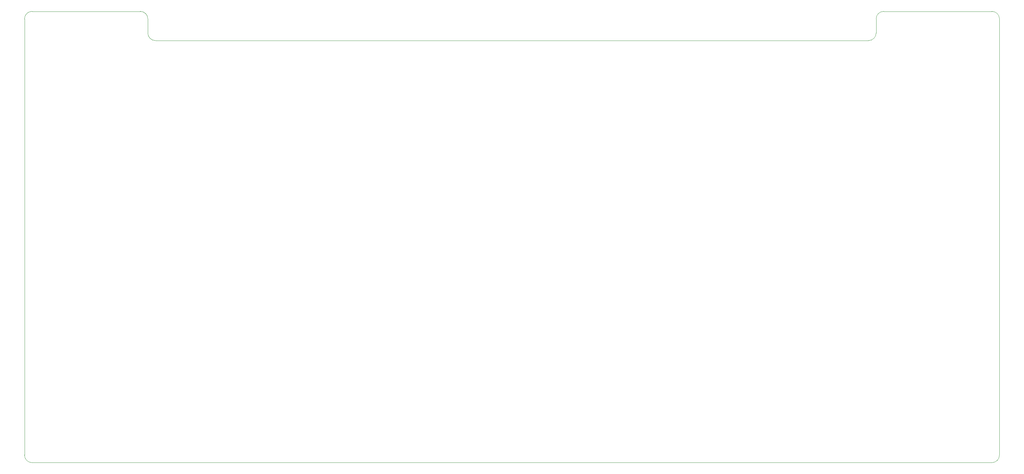
<source format=gm1>
G04 #@! TF.GenerationSoftware,KiCad,Pcbnew,(5.1.10)-1*
G04 #@! TF.CreationDate,2022-01-11T02:36:13-06:00*
G04 #@! TF.ProjectId,O'Shambles,4f275368-616d-4626-9c65-732e6b696361,rev?*
G04 #@! TF.SameCoordinates,Original*
G04 #@! TF.FileFunction,Profile,NP*
%FSLAX46Y46*%
G04 Gerber Fmt 4.6, Leading zero omitted, Abs format (unit mm)*
G04 Created by KiCad (PCBNEW (5.1.10)-1) date 2022-01-11 02:36:13*
%MOMM*%
%LPD*%
G01*
G04 APERTURE LIST*
G04 #@! TA.AperFunction,Profile*
%ADD10C,0.050000*%
G04 #@! TD*
G04 APERTURE END LIST*
D10*
X242950000Y-43250000D02*
X54200000Y-43250000D01*
X242950000Y-43250000D02*
G75*
G03*
X244950000Y-41250000I0J2000000D01*
G01*
X277600000Y-37512500D02*
G75*
G03*
X275600000Y-35512500I-2000000J0D01*
G01*
X246950000Y-35512500D02*
G75*
G03*
X244950000Y-37512500I0J-2000000D01*
G01*
X244950000Y-37512500D02*
X244950000Y-41250000D01*
X246950000Y-35512500D02*
X275600000Y-35512500D01*
X54200000Y-43250000D02*
G75*
G02*
X52200000Y-41250000I0J2000000D01*
G01*
X52200000Y-37512500D02*
X52200000Y-41250000D01*
X50200000Y-35512500D02*
X21550000Y-35512500D01*
X50200000Y-35512500D02*
G75*
G02*
X52200000Y-37512500I0J-2000000D01*
G01*
X19550000Y-37512500D02*
G75*
G02*
X21550000Y-35512500I2000000J0D01*
G01*
X277600000Y-153050000D02*
G75*
G02*
X275600000Y-155050000I-2000000J0D01*
G01*
X21550000Y-155050000D02*
G75*
G02*
X19550000Y-153050000I0J2000000D01*
G01*
X277600000Y-153050000D02*
X277600000Y-37512500D01*
X21550000Y-155050000D02*
X275600000Y-155050000D01*
X19550000Y-37512500D02*
X19550000Y-153050000D01*
M02*

</source>
